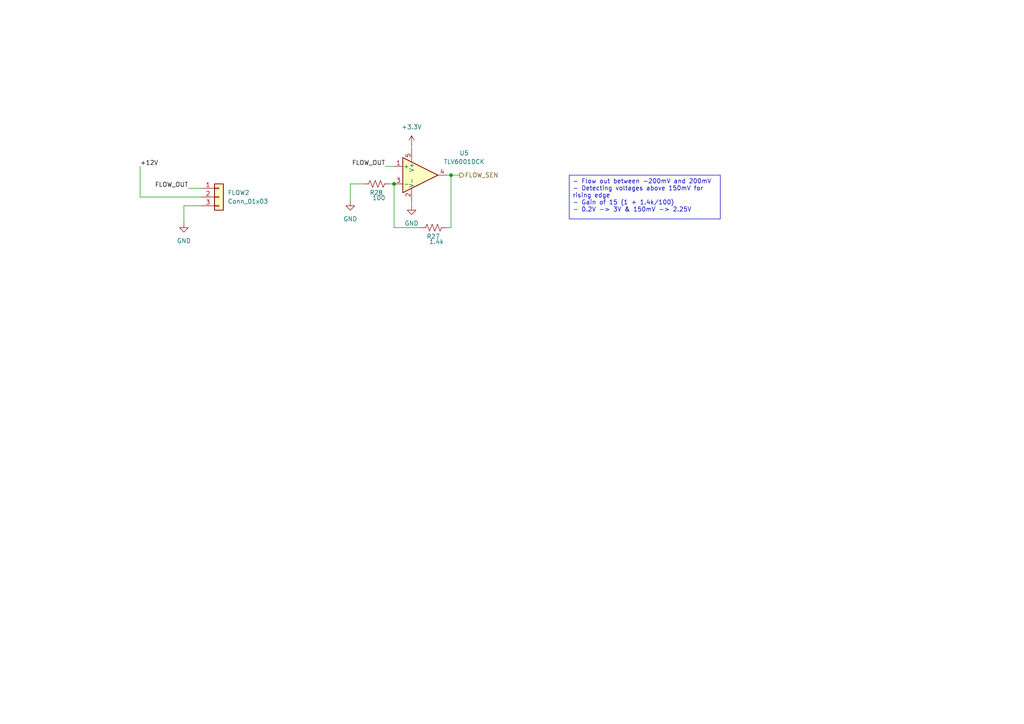
<source format=kicad_sch>
(kicad_sch (version 20250114) (generator "eeschema") (generator_version "9.0")
  (paper "A4")
  (lib_symbols
    (symbol "+3.3V_1" (power) (pin_numbers (hide yes)) (pin_names (offset 0) (hide yes))
      (property "Value" "+3.3V" (at 0 3.556 0))
      (symbol "+3.3V_1_0_1"
        (polyline (pts (xy -0.762 1.27) (xy 0 2.54)))
        (polyline (pts (xy 0 2.54) (xy 0.762 1.27)))
        (polyline (pts (xy 0 0) (xy 0 2.54)))
      )
      (symbol "+3.3V_1_1_1"
        (pin power_in line (at 0 0 90) (length 0) (name "~") (number "1"))
      )
    )
    (symbol "Amplifier_Operational:TLV6001DCK" (pin_names (offset 0.127))
      (property "Reference" "U" (at 7.62 2.54 0))
      (property "Value" "TLV6001DCK" (at 11.43 -2.54 0))
      (symbol "TLV6001DCK_0_1"
        (polyline (pts (xy -2.54 5.08) (xy -2.54 -5.08) (xy 7.62 0) (xy -2.54 5.08)) (stroke (width 0.254)) (fill (type background)))
      )
      (symbol "TLV6001DCK_1_1"
        (pin input line (at -5.08 2.54 0) (length 2.54) (name "+") (number "1"))
        (pin input line (at -5.08 -2.54 0) (length 2.54) (name "-") (number "3"))
        (pin power_in line (at 0 7.62 270) (length 3.81) (name "V+") (number "5"))
        (pin power_in line (at 0 -7.62 90) (length 3.81) (name "V-") (number "2"))
        (pin output line (at 10.16 0 180) (length 2.54) (name "~") (number "4"))
      )
    )
    (symbol "Connector_Generic:Conn_01x03" (pin_names (offset 1.016) (hide yes))
      (property "Reference" "J" (at 0 5.08 0))
      (property "Value" "Conn_01x03" (at 0 -5.08 0))
      (symbol "Conn_01x03_1_1"
        (rectangle (start -1.27 3.81) (end 1.27 -3.81) (stroke (width 0.254)) (fill (type background)))
        (rectangle (start -1.27 2.667) (end 0 2.413) (stroke (width 0.1524)))
        (rectangle (start -1.27 0.127) (end 0 -0.127) (stroke (width 0.1524)))
        (rectangle (start -1.27 -2.413) (end 0 -2.667) (stroke (width 0.1524)))
        (pin passive line (at -5.08 2.54 0) (length 3.81) (name "Pin_1") (number "1"))
        (pin passive line (at -5.08 0 0) (length 3.81) (name "Pin_2") (number "2"))
        (pin passive line (at -5.08 -2.54 0) (length 3.81) (name "Pin_3") (number "3"))
      )
    )
    (symbol "Device:R_US" (pin_numbers (hide yes)) (pin_names (offset 0))
      (property "Reference" "R" (at 2.54 0 90))
      (property "Value" "R_US" (at -2.54 0 90))
      (symbol "R_US_0_1"
        (polyline (pts (xy 0 2.286) (xy 0 2.54)))
        (polyline (pts (xy 0 2.286) (xy 1.016 1.905) (xy 0 1.524) (xy -1.016 1.143) (xy 0 0.762)))
        (polyline (pts (xy 0 0.762) (xy 1.016 0.381) (xy 0 0) (xy -1.016 -0.381) (xy 0 -0.762)))
        (polyline (pts (xy 0 -0.762) (xy 1.016 -1.143) (xy 0 -1.524) (xy -1.016 -1.905) (xy 0 -2.286)))
        (polyline (pts (xy 0 -2.286) (xy 0 -2.54)))
      )
      (symbol "R_US_1_1"
        (pin passive line (at 0 3.81 270) (length 1.27) (name "~") (number "1"))
        (pin passive line (at 0 -3.81 90) (length 1.27) (name "~") (number "2"))
      )
    )
    (symbol "power:GND" (power) (pin_numbers (hide yes)) (pin_names (offset 0) (hide yes))
      (property "Value" "GND" (at 0 -3.81 0))
      (symbol "GND_0_1"
        (polyline (pts (xy 0 0) (xy 0 -1.27) (xy 1.27 -1.27) (xy 0 -2.54) (xy -1.27 -1.27) (xy 0 -1.27)))
      )
      (symbol "GND_1_1"
        (pin power_in line (at 0 0 270) (length 0) (name "~") (number "1"))
      )
    )
  )
  (text_box "- Flow out between -200mV and 200mV\n- Detecting voltages above 150mV for rising edge\n- Gain of 15 (1 + 1.4k/100)\n- 0.2V -> 3V & 150mV -> 2.25V" (at 165.1 50.8 0) (size 43.815 12.7) (margins 0.9525 0.9525 0.9525 0.9525) (effects (font (size 1.27 1.27)) (justify left top)))
  (junction (at 130.81 50.8))
  (junction (at 114.3 53.34))
  (wire (pts (xy 119.38 41.91) (xy 119.38 43.18)))
  (wire (pts (xy 114.3 66.04) (xy 121.92 66.04)))
  (wire (pts (xy 40.64 57.15) (xy 40.64 48.26)))
  (wire (pts (xy 130.81 50.8) (xy 130.81 66.04)))
  (wire (pts (xy 105.41 53.34) (xy 101.6 53.34)))
  (wire (pts (xy 130.81 50.8) (xy 133.35 50.8)))
  (wire (pts (xy 54.61 54.61) (xy 58.42 54.61)))
  (wire (pts (xy 58.42 57.15) (xy 40.64 57.15)))
  (wire (pts (xy 119.38 59.69) (xy 119.38 58.42)))
  (wire (pts (xy 111.76 48.26) (xy 114.3 48.26)))
  (wire (pts (xy 113.03 53.34) (xy 114.3 53.34)))
  (wire (pts (xy 101.6 53.34) (xy 101.6 58.42)))
  (wire (pts (xy 129.54 66.04) (xy 130.81 66.04)))
  (wire (pts (xy 53.34 59.69) (xy 53.34 64.77)))
  (wire (pts (xy 114.3 53.34) (xy 114.3 66.04)))
  (wire (pts (xy 58.42 59.69) (xy 53.34 59.69)))
  (wire (pts (xy 129.54 50.8) (xy 130.81 50.8)))
  (label "FLOW_OUT" (at 54.61 54.61 180))
  (label "FLOW_OUT" (at 111.76 48.26 180))
  (label "+12V" (at 40.64 48.26 0))
  (hierarchical_label "FLOW_SEN" (shape output) (at 133.35 50.8 0))
  (symbol (lib_id "power:GND") (at 119.38 59.69 0) (unit 1)
    (property "Reference" "#PWR044" (effects (hide yes)))
    (property "Value" "GND" (at 119.38 64.77 0))
    (property "Description" "Power symbol creates a global label with name \"GND\" , ground" (effects (hide yes)))
  )
  (symbol (lib_id "power:GND") (at 101.6 58.42 0) (unit 1)
    (property "Reference" "#PWR045" (effects (hide yes)))
    (property "Value" "GND" (at 101.6 63.5 0))
    (property "Description" "Power symbol creates a global label with name \"GND\" , ground" (effects (hide yes)))
  )
  (symbol (lib_id "Device:R_US") (at 125.73 66.04 270) (unit 1)
    (property "Reference" "R27" (at 123.6981 68.58 90) (effects (justify left)))
    (property "Value" "1.4k" (at 124.46 70.104 90) (effects (justify left)))
    (property "Footprint" "Resistor_SMD:R_0805_2012Metric" (effects (hide yes)))
    (property "Description" "Resistor, US symbol" (effects (hide yes)))
  )
  (symbol (lib_id "Connector_Generic:Conn_01x03") (at 63.5 57.15 0) (unit 1)
    (property "Reference" "FLOW2" (at 66.04 55.8799 0) (effects (justify left)))
    (property "Value" "Conn_01x03" (at 66.04 58.4199 0) (effects (justify left)))
    (property "Footprint" "Connector_Molex:Molex_Nano-Fit_105309-xx03_1x03_P2.50mm_Vertical" (effects (hide yes)))
    (property "Datasheet" "https://koolance.com/ins-fm17h-coolant-flow-meter?specsheet=1" (effects (hide yes)))
    (property "Description" "Generic connector, single row, 01x03, script generated (kicad-library-utils/schlib/autogen/connector/)" (effects (hide yes)))
    (property "Notes" "jst xhp 3 connector for flowrate sensor" (effects (hide yes)))
  )
  (symbol (lib_id "Amplifier_Operational:TLV6001DCK") (at 119.38 50.8 0) (unit 1)
    (property "Reference" "U5" (at 134.62 44.3798 0))
    (property "Value" "TLV6001DCK" (at 134.62 46.9198 0))
    (property "Footprint" "Package_TO_SOT_SMD:SOT-353_SC-70-5" (effects (hide yes)))
    (property "Datasheet" "http://www.ti.com/lit/ds/symlink/tlv6001.pdf" (effects (hide yes)))
    (property "Description" "Low-power, Rail-to-rail, 1MHz Operational Amplifier, SOT-353" (effects (hide yes)))
  )
  (symbol (lib_id "Device:R_US") (at 109.22 53.34 270) (unit 1)
    (property "Reference" "R28" (at 107.1881 55.88 90) (effects (justify left)))
    (property "Value" "100" (at 107.95 57.404 90) (effects (justify left)))
    (property "Footprint" "Resistor_SMD:R_0805_2012Metric" (effects (hide yes)))
    (property "Description" "Resistor, US symbol" (effects (hide yes)))
  )
  (symbol (lib_id "power:GND") (at 53.34 64.77 0) (unit 1)
    (property "Reference" "#PWR037" (effects (hide yes)))
    (property "Value" "GND" (at 53.34 69.85 0))
    (property "Description" "Power symbol creates a global label with name \"GND\" , ground" (effects (hide yes)))
  )
  (symbol (lib_name "+3.3V_1") (lib_id "power:+3.3V") (at 119.38 41.91 0) (unit 1)
    (property "Reference" "#PWR043" (effects (hide yes)))
    (property "Value" "+3.3V" (at 119.38 36.83 0))
    (property "Description" "Power symbol creates a global label with name \"+3.3V\"" (effects (hide yes)))
  )
)
</source>
